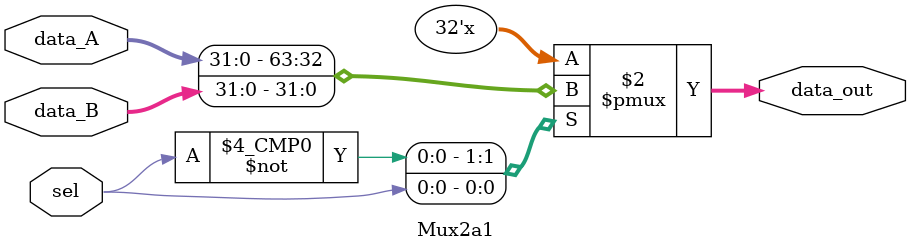
<source format=v>
`timescale 1ns / 1ps

/* 
Funcionalidad: este módulo es una MUX genérica de 2 a 1, su función cosiste en seleccionar
una de las dos entradas dependiendo de las circunstancias. 

Entradas:

A: Una de las dos entradas del MUX.
B: La segunda entrada de la MUX.
sel: Seleccionador de 1 bit del MUX que puede ser '1' o '0'.

Salidas:

data_out: Salida del Mux con la entrada seleccionada.

Razón de uso:
Este módulo se usa para elegir entre dos opciones, permitiendo que solo pase la indicada 
por el seleccionador.
*/

module Mux2a1(sel, data_A, data_B, data_out);
	input sel;	
	input [31:0] data_A;
	input [31:0] data_B;
	output reg [31:0] data_out;
	
	always @(*)
			case (sel)
				0: data_out = data_A;
				1: data_out = data_B;			
				default: data_out = data_A;
			endcase		

endmodule

</source>
